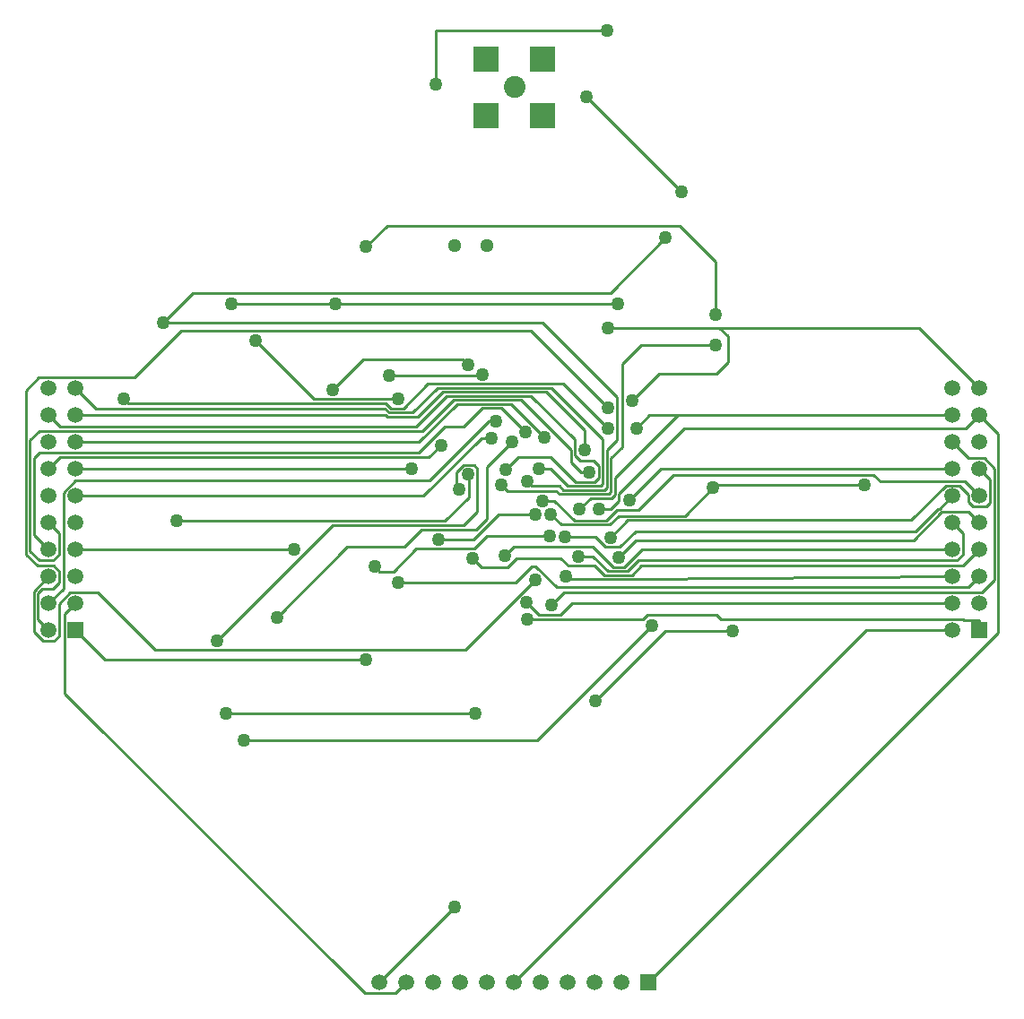
<source format=gbl>
G04*
G04 #@! TF.GenerationSoftware,Altium Limited,Altium Designer,18.1.9 (240)*
G04*
G04 Layer_Physical_Order=2*
G04 Layer_Color=16711680*
%FSLAX24Y24*%
%MOIN*%
G70*
G01*
G75*
%ADD15C,0.0100*%
%ADD43R,0.0961X0.0961*%
%ADD44C,0.0807*%
%ADD45C,0.0512*%
%ADD46C,0.0591*%
%ADD47R,0.0591X0.0591*%
%ADD48R,0.0591X0.0591*%
%ADD49C,0.0500*%
D15*
X16350Y36750D02*
X22700D01*
X16350Y34750D02*
Y36750D01*
X21650Y17200D02*
X22177D01*
X22187Y17210D01*
X21270Y16850D02*
X22247D01*
X20980Y17140D02*
X21270Y16850D01*
X19240Y17560D02*
X22185D01*
X22187Y17210D02*
X22747Y16650D01*
X22185Y17560D02*
X22945Y16800D01*
X22760Y25800D02*
X22860Y25700D01*
X26890D02*
X27200Y25390D01*
Y24430D02*
Y25390D01*
X26770Y24000D02*
X27200Y24430D01*
X26890Y25700D02*
X34300D01*
X22860D02*
X26890D01*
X22760D02*
X22860D01*
X34300D02*
X36550Y23450D01*
X12620Y26590D02*
X23110D01*
X8740D02*
X12620D01*
X35950Y16850D02*
X36550Y17450D01*
X23990Y16850D02*
X35950D01*
X23640Y16500D02*
X23990Y16850D01*
X22597Y16500D02*
X23640D01*
X22247Y16850D02*
X22597Y16500D01*
X19340Y17140D02*
X20980D01*
X19000Y16800D02*
X19340Y17140D01*
X18050Y16800D02*
X19000D01*
X17710Y17140D02*
X18050Y16800D01*
X11820Y23060D02*
X14950D01*
X9650Y25230D02*
X11820Y23060D01*
X36550Y14450D02*
Y14830D01*
X35970D02*
X36550D01*
X35950Y14850D02*
X35970Y14830D01*
X26941Y14850D02*
X35950D01*
X26766Y15025D02*
X26941Y14850D01*
X24215Y15025D02*
X26766D01*
X24040Y14850D02*
X24215Y15025D01*
X19748Y14850D02*
X24040D01*
X21400Y15450D02*
X35550D01*
X20990Y15040D02*
X21400Y15450D01*
X20170Y15040D02*
X20990D01*
X19725Y15485D02*
X20170Y15040D01*
X18690Y18780D02*
X20060D01*
X17750Y17840D02*
X18690Y18780D01*
X16430Y17840D02*
X17750D01*
X2950Y20450D02*
X15450D01*
X35074Y18974D02*
X35550Y19450D01*
X35005Y18974D02*
X35074D01*
X34171Y18140D02*
X35005Y18974D01*
X23765Y18140D02*
X34171D01*
X23185Y17560D02*
X23765Y18140D01*
X22645Y17560D02*
X23185D01*
X22265Y17940D02*
X22645Y17560D01*
X21150Y17940D02*
X22265D01*
X24700Y20450D02*
X35550D01*
X23540Y19290D02*
X24700Y20450D01*
X24280Y22450D02*
X25330D01*
X23800Y21970D02*
X24280Y22450D01*
X25330D02*
X35550D01*
X23010Y20130D02*
X25330Y22450D01*
X23010Y19500D02*
Y20130D01*
X22880Y19370D02*
X23010Y19500D01*
X22100Y19370D02*
X22880D01*
X21680Y18950D02*
X22100Y19370D01*
X36550Y22450D02*
X37250Y21750D01*
Y14350D02*
Y21750D01*
X24250Y1350D02*
X37250Y14350D01*
X36050Y21950D02*
X36550Y22450D01*
X25590Y21950D02*
X36050D01*
X23160Y19520D02*
X25590Y21950D01*
X23160Y19280D02*
Y19520D01*
X22850Y18970D02*
X23160Y19280D01*
X22400Y18970D02*
X22850D01*
X36550Y20450D02*
X36950Y20050D01*
Y19200D02*
Y20050D01*
X36800Y19050D02*
X36950Y19200D01*
X36320Y19050D02*
X36800D01*
X36150Y19220D02*
X36320Y19050D01*
X36150Y19220D02*
Y19490D01*
X35795Y19845D02*
X36150Y19490D01*
X35305Y19845D02*
X35795D01*
X34010Y18550D02*
X35305Y19845D01*
X23475Y18550D02*
X34010D01*
X22835Y17910D02*
X23475Y18550D01*
X36150Y18850D02*
X36550Y18450D01*
X35160Y18850D02*
X36150D01*
X34100Y17790D02*
X35160Y18850D01*
X23790Y17790D02*
X34100D01*
X23150Y17150D02*
X23790Y17790D01*
X21740Y20320D02*
X22060D01*
X21366Y20694D02*
X21740Y20320D01*
X21366Y20694D02*
Y21164D01*
X19500Y23030D02*
X21366Y21164D01*
X17002Y23030D02*
X19500D01*
X15842Y21870D02*
X17002Y23030D01*
X1600Y21870D02*
X15842D01*
X1250Y21520D02*
X1600Y21870D01*
X1250Y17400D02*
Y21520D01*
Y17400D02*
X1600Y17050D01*
X2115D01*
X2345Y17280D01*
Y18055D01*
X1950Y18450D02*
X2345Y18055D01*
X21068Y23630D02*
X22740Y21958D01*
X16050Y23630D02*
X21068D01*
X15130Y22710D02*
X16050Y23630D01*
X14690Y22710D02*
X15130D01*
X14490Y22910D02*
X14690Y22710D01*
X4920Y22910D02*
X14490D01*
X4750Y23080D02*
X4920Y22910D01*
X1550Y14850D02*
X1950Y14450D01*
X1550Y14850D02*
Y15820D01*
X1725Y15995D01*
X2120D01*
X2350Y16225D01*
Y16640D01*
X2140Y16850D02*
X2350Y16640D01*
X1530Y16850D02*
X2140D01*
X1100Y17280D02*
X1530Y16850D01*
X1100Y17280D02*
Y23360D01*
X1590Y23850D01*
X5150D01*
X6890Y25590D01*
X19890D01*
X22740Y22740D01*
X18040Y21610D02*
X18410D01*
X15880Y19450D02*
X18040Y21610D01*
X2950Y19450D02*
X15880D01*
X19130Y22880D02*
X20389Y21621D01*
X17152Y22880D02*
X19130D01*
X15722Y21450D02*
X17152Y22880D01*
X2950Y21450D02*
X15722D01*
X2950Y23450D02*
X3695Y22705D01*
X14450D01*
X14595Y22560D01*
X15482D01*
X16402Y23480D01*
X20634D01*
X22560Y21554D01*
Y19900D02*
Y21554D01*
X22480Y19820D02*
X22560Y19900D01*
X21240Y19820D02*
X22480D01*
X20600Y20460D02*
X21240Y19820D01*
X20192Y20460D02*
X20600D01*
X1400Y18000D02*
X1950Y17450D01*
X1400Y18000D02*
Y20850D01*
X1600Y21050D01*
X15710D01*
X16679Y22020D01*
X17370D01*
X18080Y22730D01*
X18784D01*
X19674Y21840D01*
X8220Y14070D02*
X12510Y18360D01*
X17370D01*
X17890Y18880D01*
Y20480D01*
X17770Y20600D02*
X17890Y20480D01*
X17379Y20600D02*
X17770D01*
X17120Y20341D02*
X17379Y20600D01*
X17120Y19800D02*
Y20341D01*
Y19800D02*
X17220Y19700D01*
X18260Y20540D02*
X19180Y21460D01*
X18260Y18590D02*
Y20540D01*
X17860Y18190D02*
X18260Y18590D01*
X15810Y18190D02*
X17860D01*
X15180Y17560D02*
X15810Y18190D01*
X13060Y17560D02*
X15180D01*
X10440Y14940D02*
X13060Y17560D01*
X9223Y10350D02*
X20110D01*
X24390Y14630D01*
X4050Y13350D02*
X13730D01*
X2950Y14450D02*
X4050Y13350D01*
X19250Y1350D02*
X32350Y14450D01*
X35550D01*
X23640Y23010D02*
X24630Y24000D01*
X26770D01*
X21190Y16450D02*
X21290Y16350D01*
X23710D01*
X35550Y16450D01*
X6210Y25910D02*
X7310Y27010D01*
X22830D01*
X24880Y29060D01*
X36005Y19995D02*
X36550Y19450D01*
X32871Y19995D02*
X36005D01*
X32626Y20240D02*
X32871Y19995D01*
X25190Y20240D02*
X32626D01*
X23890Y18940D02*
X25190Y20240D01*
X23070Y18940D02*
X23890D01*
X22670Y18540D02*
X23070Y18940D01*
X21499Y18540D02*
X22670D01*
X20759Y19280D02*
X21499Y18540D01*
X20320Y19280D02*
X20759D01*
X26790Y19880D02*
X32280D01*
X26660Y19750D02*
X26790Y19880D01*
X35550Y21450D02*
X36150Y20850D01*
X36730D01*
X37100Y20480D01*
Y16320D02*
Y20480D01*
X36650Y15870D02*
X37100Y16320D01*
X21120Y15870D02*
X36650D01*
X20640Y15390D02*
X21120Y15870D01*
X14950Y16240D02*
X19310D01*
X19910Y16840D01*
X20050D01*
X20840Y16050D01*
X36150D01*
X36550Y16450D01*
X18306Y22230D02*
X18570D01*
X16096Y20020D02*
X18306Y22230D01*
X2950Y20020D02*
X16096D01*
X2500Y19570D02*
X2950Y20020D01*
X2500Y16000D02*
Y19570D01*
X1950Y15450D02*
X2500Y16000D01*
X1400Y15900D02*
X1950Y16450D01*
X1400Y14400D02*
Y15900D01*
Y14400D02*
X1750Y14050D01*
X2160D01*
X2350Y14240D01*
Y15440D01*
X2760Y15850D01*
X3770D01*
X5900Y13720D01*
X17460D01*
X20060Y16320D01*
X2550Y15050D02*
X2950Y15450D01*
X2550Y12100D02*
Y15050D01*
Y12100D02*
X13700Y950D01*
X14850D01*
X15250Y1350D01*
X21975Y34275D02*
X25490Y30760D01*
X13750Y28730D02*
X14530Y29510D01*
X25420D01*
X26750Y28180D01*
Y26200D02*
Y28180D01*
X22280Y11830D02*
X24890Y14440D01*
X27370D01*
X6210Y25910D02*
X20324D01*
X23090Y23144D01*
Y21540D02*
Y23144D01*
X22710Y21160D02*
X23090Y21540D01*
X22710Y19760D02*
Y21160D01*
X22620Y19670D02*
X22710Y19760D01*
X21090Y19670D02*
X22620D01*
X20930Y19830D02*
X21090Y19670D01*
X19920Y19830D02*
X20930D01*
X19760Y19990D02*
X19920Y19830D01*
X2950Y17450D02*
X11080D01*
X14250Y1350D02*
X17050Y4150D01*
X21890Y21170D02*
Y21900D01*
X20460Y23330D02*
X21890Y21900D01*
X16610Y23330D02*
X20460D01*
X15690Y22410D02*
X16610Y23330D01*
X14530Y22410D02*
X15690D01*
X14490Y22450D02*
X14530Y22410D01*
X2950Y22450D02*
X14490D01*
X1950D02*
X2371Y22029D01*
X15609D01*
X16760Y23180D01*
X19890D01*
X21522Y21548D01*
Y20960D02*
Y21548D01*
Y20960D02*
X21709Y20773D01*
X22209D01*
X22410Y20572D01*
Y20140D02*
Y20572D01*
X22240Y19970D02*
X22410Y20140D01*
X21550Y19970D02*
X22240D01*
X20625Y20895D02*
X21550Y19970D01*
X19395Y20895D02*
X20625D01*
X18930Y20430D02*
X19395Y20895D01*
X23990Y25050D02*
X26740D01*
X23290Y24350D02*
X23990Y25050D01*
X23290Y21279D02*
Y24350D01*
X22860Y20849D02*
X23290Y21279D01*
X22860Y19600D02*
Y20849D01*
X22780Y19520D02*
X22860Y19600D01*
X20940Y19520D02*
X22780D01*
X20820Y19640D02*
X20940Y19520D01*
X19010Y19640D02*
X20820D01*
X18780Y19870D02*
X19010Y19640D01*
X17540Y20250D02*
X17570Y20220D01*
Y19410D02*
Y20220D01*
X16680Y18520D02*
X17570Y19410D01*
X6700Y18520D02*
X16680D01*
X14070Y16820D02*
X14250Y16640D01*
X14770D01*
X15620Y17490D01*
X17782D01*
X18242Y17950D01*
X20586D01*
X18920Y17240D02*
X19240Y17560D01*
X22945Y16800D02*
X23350D01*
X24000Y17450D01*
X35550D01*
Y18450D02*
X35950Y18050D01*
Y17280D02*
Y18050D01*
X35720Y17050D02*
X35950Y17280D01*
X23890Y17050D02*
X35720D01*
X23490Y16650D02*
X23890Y17050D01*
X22747Y16650D02*
X23490D01*
X25620Y18710D02*
X26660Y19750D01*
X23140Y18710D02*
X25620D01*
X22820Y18390D02*
X23140Y18710D01*
X21000Y18390D02*
X22820D01*
X20610Y18780D02*
X21000Y18390D01*
X17330Y24530D02*
X17540Y24320D01*
X13640Y24530D02*
X17330D01*
X12520Y23410D02*
X13640Y24530D01*
X18010Y23920D02*
X18070Y23980D01*
X14600Y23920D02*
X18010D01*
X8540Y11350D02*
X17798D01*
X1950Y20450D02*
X2390Y20890D01*
X16090D01*
X16530Y21330D01*
D43*
X18221Y33603D02*
D03*
Y35697D02*
D03*
X20315Y33603D02*
D03*
Y35697D02*
D03*
D44*
X19268Y34650D02*
D03*
D45*
X18260Y28750D02*
D03*
X17040D02*
D03*
D46*
X14250Y1350D02*
D03*
X15250D02*
D03*
X16250D02*
D03*
X17250D02*
D03*
X18250D02*
D03*
X19250D02*
D03*
X20250D02*
D03*
X21250D02*
D03*
X22250D02*
D03*
X23250D02*
D03*
X35550Y23450D02*
D03*
Y22450D02*
D03*
Y21450D02*
D03*
Y20450D02*
D03*
Y19450D02*
D03*
Y18450D02*
D03*
Y17450D02*
D03*
Y16450D02*
D03*
Y15450D02*
D03*
Y14450D02*
D03*
X36550Y23450D02*
D03*
Y22450D02*
D03*
Y21450D02*
D03*
Y20450D02*
D03*
Y19450D02*
D03*
Y18450D02*
D03*
Y17450D02*
D03*
Y16450D02*
D03*
Y15450D02*
D03*
X1950Y23450D02*
D03*
Y22450D02*
D03*
Y21450D02*
D03*
Y20450D02*
D03*
Y19450D02*
D03*
Y18450D02*
D03*
Y17450D02*
D03*
Y16450D02*
D03*
Y15450D02*
D03*
Y14450D02*
D03*
X2950Y23450D02*
D03*
Y22450D02*
D03*
Y21450D02*
D03*
Y20450D02*
D03*
Y19450D02*
D03*
Y18450D02*
D03*
Y17450D02*
D03*
Y16450D02*
D03*
Y15450D02*
D03*
D47*
X24250Y1350D02*
D03*
D48*
X36550Y14450D02*
D03*
X2950D02*
D03*
D49*
X21950Y34300D02*
D03*
X22700Y36750D02*
D03*
X16350Y34750D02*
D03*
X21650Y17200D02*
D03*
X17710Y17140D02*
D03*
X9650Y25230D02*
D03*
X19748Y14850D02*
D03*
X19725Y15485D02*
D03*
X20060Y18780D02*
D03*
X16430Y17840D02*
D03*
X15450Y20450D02*
D03*
X21150Y17940D02*
D03*
X23540Y19290D02*
D03*
X23800Y21970D02*
D03*
X21680Y18950D02*
D03*
X22400Y18970D02*
D03*
X22835Y17910D02*
D03*
X23150Y17150D02*
D03*
X22060Y20320D02*
D03*
X22740Y21958D02*
D03*
X4750Y23080D02*
D03*
X22740Y22740D02*
D03*
X18410Y21610D02*
D03*
X20389Y21621D02*
D03*
X20192Y20460D02*
D03*
X19674Y21840D02*
D03*
X8220Y14070D02*
D03*
X17220Y19700D02*
D03*
X23110Y26590D02*
D03*
X8740D02*
D03*
X12620D02*
D03*
X19180Y21460D02*
D03*
X10440Y14940D02*
D03*
X9223Y10350D02*
D03*
X24390Y14630D02*
D03*
X13730Y13350D02*
D03*
X23640Y23010D02*
D03*
X22760Y25700D02*
D03*
X21190Y16450D02*
D03*
X6210Y25910D02*
D03*
X24880Y29060D02*
D03*
X20320Y19280D02*
D03*
X32280Y19880D02*
D03*
X20640Y15390D02*
D03*
X14950Y23060D02*
D03*
Y16240D02*
D03*
X18570Y22230D02*
D03*
X20060Y16320D02*
D03*
X25490Y30760D02*
D03*
X13750Y28730D02*
D03*
X26750Y26200D02*
D03*
X22280Y11830D02*
D03*
X27370Y14440D02*
D03*
X19760Y19990D02*
D03*
X11080Y17450D02*
D03*
X17050Y4150D02*
D03*
X21890Y21170D02*
D03*
X18930Y20430D02*
D03*
X26740Y25050D02*
D03*
X18780Y19870D02*
D03*
X17540Y20250D02*
D03*
X6700Y18520D02*
D03*
X14070Y16820D02*
D03*
X20586Y17950D02*
D03*
X18920Y17240D02*
D03*
X26660Y19750D02*
D03*
X20610Y18780D02*
D03*
X17540Y24320D02*
D03*
X12520Y23410D02*
D03*
X18070Y23980D02*
D03*
X14600Y23920D02*
D03*
X8540Y11350D02*
D03*
X17798D02*
D03*
X16530Y21330D02*
D03*
M02*

</source>
